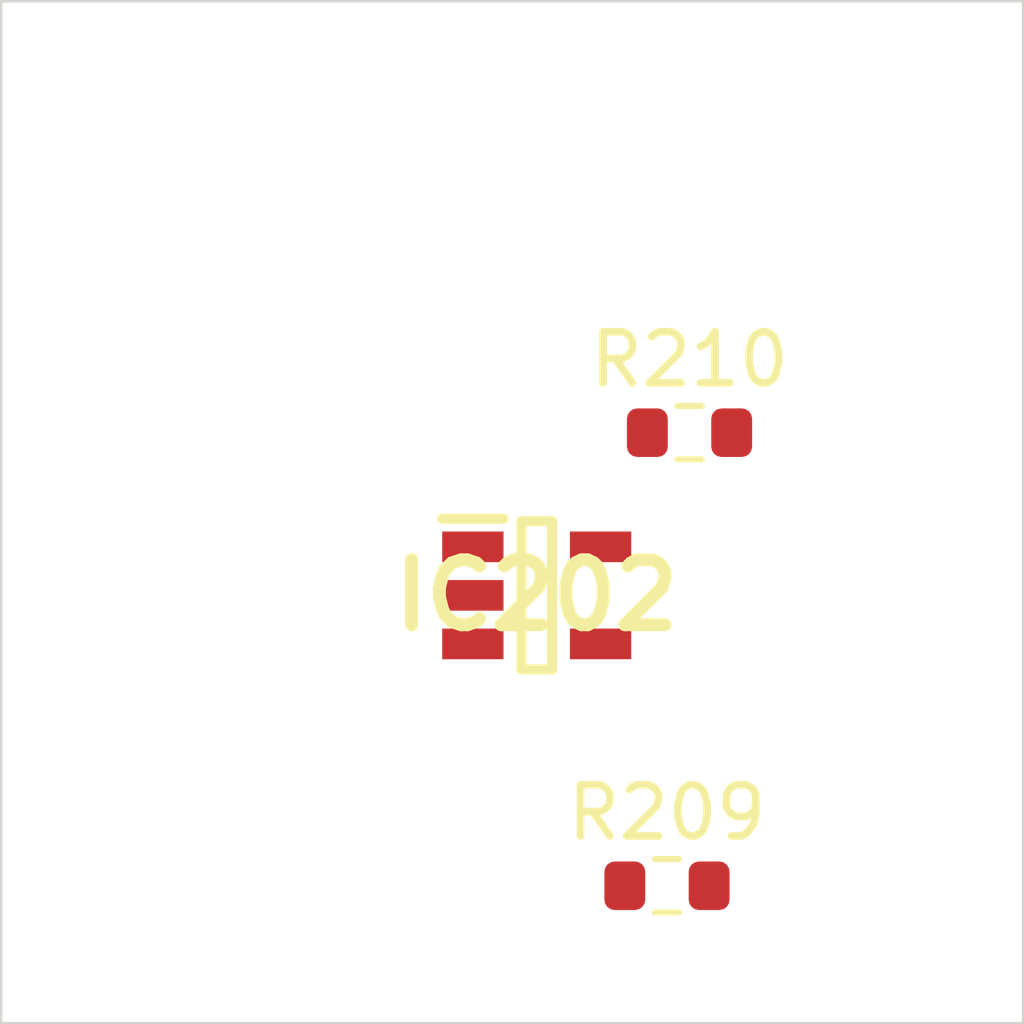
<source format=kicad_pcb>
 ( kicad_pcb  ( version 20171130 )
 ( host pcbnew 5.1.12-84ad8e8a86~92~ubuntu18.04.1 )
 ( general  ( thickness 1.6 )
 ( drawings 4 )
 ( tracks 0 )
 ( zones 0 )
 ( modules 3 )
 ( nets 5 )
)
 ( page A4 )
 ( layers  ( 0 F.Cu signal )
 ( 31 B.Cu signal )
 ( 32 B.Adhes user )
 ( 33 F.Adhes user )
 ( 34 B.Paste user )
 ( 35 F.Paste user )
 ( 36 B.SilkS user )
 ( 37 F.SilkS user )
 ( 38 B.Mask user )
 ( 39 F.Mask user )
 ( 40 Dwgs.User user )
 ( 41 Cmts.User user )
 ( 42 Eco1.User user )
 ( 43 Eco2.User user )
 ( 44 Edge.Cuts user )
 ( 45 Margin user )
 ( 46 B.CrtYd user )
 ( 47 F.CrtYd user )
 ( 48 B.Fab user )
 ( 49 F.Fab user )
)
 ( setup  ( last_trace_width 0.25 )
 ( trace_clearance 0.2 )
 ( zone_clearance 0.508 )
 ( zone_45_only no )
 ( trace_min 0.2 )
 ( via_size 0.8 )
 ( via_drill 0.4 )
 ( via_min_size 0.4 )
 ( via_min_drill 0.3 )
 ( uvia_size 0.3 )
 ( uvia_drill 0.1 )
 ( uvias_allowed no )
 ( uvia_min_size 0.2 )
 ( uvia_min_drill 0.1 )
 ( edge_width 0.05 )
 ( segment_width 0.2 )
 ( pcb_text_width 0.3 )
 ( pcb_text_size 1.5 1.5 )
 ( mod_edge_width 0.12 )
 ( mod_text_size 1 1 )
 ( mod_text_width 0.15 )
 ( pad_size 1.524 1.524 )
 ( pad_drill 0.762 )
 ( pad_to_mask_clearance 0 )
 ( aux_axis_origin 0 0 )
 ( visible_elements FFFFFF7F )
 ( pcbplotparams  ( layerselection 0x010fc_ffffffff )
 ( usegerberextensions false )
 ( usegerberattributes true )
 ( usegerberadvancedattributes true )
 ( creategerberjobfile true )
 ( excludeedgelayer true )
 ( linewidth 0.100000 )
 ( plotframeref false )
 ( viasonmask false )
 ( mode 1 )
 ( useauxorigin false )
 ( hpglpennumber 1 )
 ( hpglpenspeed 20 )
 ( hpglpendiameter 15.000000 )
 ( psnegative false )
 ( psa4output false )
 ( plotreference true )
 ( plotvalue true )
 ( plotinvisibletext false )
 ( padsonsilk false )
 ( subtractmaskfromsilk false )
 ( outputformat 1 )
 ( mirror false )
 ( drillshape 1 )
 ( scaleselection 1 )
 ( outputdirectory "" )
)
)
 ( net 0 "" )
 ( net 1 GND )
 ( net 2 VDDA )
 ( net 3 /Sheet6235D886/vp )
 ( net 4 "Net-(IC202-Pad3)" )
 ( net_class Default "This is the default net class."  ( clearance 0.2 )
 ( trace_width 0.25 )
 ( via_dia 0.8 )
 ( via_drill 0.4 )
 ( uvia_dia 0.3 )
 ( uvia_drill 0.1 )
 ( add_net /Sheet6235D886/vp )
 ( add_net GND )
 ( add_net "Net-(IC202-Pad3)" )
 ( add_net VDDA )
)
 ( module SOT95P280X145-5N locked  ( layer F.Cu )
 ( tedit 62336ED7 )
 ( tstamp 623423ED )
 ( at 90.479100 111.627000 )
 ( descr DBV0005A )
 ( tags "Integrated Circuit" )
 ( path /6235D887/6266C08E )
 ( attr smd )
 ( fp_text reference IC202  ( at 0 0 )
 ( layer F.SilkS )
 ( effects  ( font  ( size 1.27 1.27 )
 ( thickness 0.254 )
)
)
)
 ( fp_text value TL071HIDBVR  ( at 0 0 )
 ( layer F.SilkS )
hide  ( effects  ( font  ( size 1.27 1.27 )
 ( thickness 0.254 )
)
)
)
 ( fp_line  ( start -1.85 -1.5 )
 ( end -0.65 -1.5 )
 ( layer F.SilkS )
 ( width 0.2 )
)
 ( fp_line  ( start -0.3 1.45 )
 ( end -0.3 -1.45 )
 ( layer F.SilkS )
 ( width 0.2 )
)
 ( fp_line  ( start 0.3 1.45 )
 ( end -0.3 1.45 )
 ( layer F.SilkS )
 ( width 0.2 )
)
 ( fp_line  ( start 0.3 -1.45 )
 ( end 0.3 1.45 )
 ( layer F.SilkS )
 ( width 0.2 )
)
 ( fp_line  ( start -0.3 -1.45 )
 ( end 0.3 -1.45 )
 ( layer F.SilkS )
 ( width 0.2 )
)
 ( fp_line  ( start -0.8 -0.5 )
 ( end 0.15 -1.45 )
 ( layer Dwgs.User )
 ( width 0.1 )
)
 ( fp_line  ( start -0.8 1.45 )
 ( end -0.8 -1.45 )
 ( layer Dwgs.User )
 ( width 0.1 )
)
 ( fp_line  ( start 0.8 1.45 )
 ( end -0.8 1.45 )
 ( layer Dwgs.User )
 ( width 0.1 )
)
 ( fp_line  ( start 0.8 -1.45 )
 ( end 0.8 1.45 )
 ( layer Dwgs.User )
 ( width 0.1 )
)
 ( fp_line  ( start -0.8 -1.45 )
 ( end 0.8 -1.45 )
 ( layer Dwgs.User )
 ( width 0.1 )
)
 ( fp_line  ( start -2.1 1.775 )
 ( end -2.1 -1.775 )
 ( layer Dwgs.User )
 ( width 0.05 )
)
 ( fp_line  ( start 2.1 1.775 )
 ( end -2.1 1.775 )
 ( layer Dwgs.User )
 ( width 0.05 )
)
 ( fp_line  ( start 2.1 -1.775 )
 ( end 2.1 1.775 )
 ( layer Dwgs.User )
 ( width 0.05 )
)
 ( fp_line  ( start -2.1 -1.775 )
 ( end 2.1 -1.775 )
 ( layer Dwgs.User )
 ( width 0.05 )
)
 ( pad 1 smd rect  ( at -1.25 -0.95 90.000000 )
 ( size 0.6 1.2 )
 ( layers F.Cu F.Mask F.Paste )
 ( net 3 /Sheet6235D886/vp )
)
 ( pad 2 smd rect  ( at -1.25 0 90.000000 )
 ( size 0.6 1.2 )
 ( layers F.Cu F.Mask F.Paste )
 ( net 1 GND )
)
 ( pad 3 smd rect  ( at -1.25 0.95 90.000000 )
 ( size 0.6 1.2 )
 ( layers F.Cu F.Mask F.Paste )
 ( net 4 "Net-(IC202-Pad3)" )
)
 ( pad 4 smd rect  ( at 1.25 0.95 90.000000 )
 ( size 0.6 1.2 )
 ( layers F.Cu F.Mask F.Paste )
 ( net 3 /Sheet6235D886/vp )
)
 ( pad 5 smd rect  ( at 1.25 -0.95 90.000000 )
 ( size 0.6 1.2 )
 ( layers F.Cu F.Mask F.Paste )
 ( net 2 VDDA )
)
)
 ( module Resistor_SMD:R_0603_1608Metric  ( layer F.Cu )
 ( tedit 5F68FEEE )
 ( tstamp 62342595 )
 ( at 93.028300 117.310000 )
 ( descr "Resistor SMD 0603 (1608 Metric), square (rectangular) end terminal, IPC_7351 nominal, (Body size source: IPC-SM-782 page 72, https://www.pcb-3d.com/wordpress/wp-content/uploads/ipc-sm-782a_amendment_1_and_2.pdf), generated with kicad-footprint-generator" )
 ( tags resistor )
 ( path /6235D887/623CDBD9 )
 ( attr smd )
 ( fp_text reference R209  ( at 0 -1.43 )
 ( layer F.SilkS )
 ( effects  ( font  ( size 1 1 )
 ( thickness 0.15 )
)
)
)
 ( fp_text value 100k  ( at 0 1.43 )
 ( layer F.Fab )
 ( effects  ( font  ( size 1 1 )
 ( thickness 0.15 )
)
)
)
 ( fp_line  ( start -0.8 0.4125 )
 ( end -0.8 -0.4125 )
 ( layer F.Fab )
 ( width 0.1 )
)
 ( fp_line  ( start -0.8 -0.4125 )
 ( end 0.8 -0.4125 )
 ( layer F.Fab )
 ( width 0.1 )
)
 ( fp_line  ( start 0.8 -0.4125 )
 ( end 0.8 0.4125 )
 ( layer F.Fab )
 ( width 0.1 )
)
 ( fp_line  ( start 0.8 0.4125 )
 ( end -0.8 0.4125 )
 ( layer F.Fab )
 ( width 0.1 )
)
 ( fp_line  ( start -0.237258 -0.5225 )
 ( end 0.237258 -0.5225 )
 ( layer F.SilkS )
 ( width 0.12 )
)
 ( fp_line  ( start -0.237258 0.5225 )
 ( end 0.237258 0.5225 )
 ( layer F.SilkS )
 ( width 0.12 )
)
 ( fp_line  ( start -1.48 0.73 )
 ( end -1.48 -0.73 )
 ( layer F.CrtYd )
 ( width 0.05 )
)
 ( fp_line  ( start -1.48 -0.73 )
 ( end 1.48 -0.73 )
 ( layer F.CrtYd )
 ( width 0.05 )
)
 ( fp_line  ( start 1.48 -0.73 )
 ( end 1.48 0.73 )
 ( layer F.CrtYd )
 ( width 0.05 )
)
 ( fp_line  ( start 1.48 0.73 )
 ( end -1.48 0.73 )
 ( layer F.CrtYd )
 ( width 0.05 )
)
 ( fp_text user %R  ( at 0 0 )
 ( layer F.Fab )
 ( effects  ( font  ( size 0.4 0.4 )
 ( thickness 0.06 )
)
)
)
 ( pad 1 smd roundrect  ( at -0.825 0 )
 ( size 0.8 0.95 )
 ( layers F.Cu F.Mask F.Paste )
 ( roundrect_rratio 0.25 )
 ( net 2 VDDA )
)
 ( pad 2 smd roundrect  ( at 0.825 0 )
 ( size 0.8 0.95 )
 ( layers F.Cu F.Mask F.Paste )
 ( roundrect_rratio 0.25 )
 ( net 4 "Net-(IC202-Pad3)" )
)
 ( model ${KISYS3DMOD}/Resistor_SMD.3dshapes/R_0603_1608Metric.wrl  ( at  ( xyz 0 0 0 )
)
 ( scale  ( xyz 1 1 1 )
)
 ( rotate  ( xyz 0 0 0 )
)
)
)
 ( module Resistor_SMD:R_0603_1608Metric  ( layer F.Cu )
 ( tedit 5F68FEEE )
 ( tstamp 623425A6 )
 ( at 93.469700 108.443000 )
 ( descr "Resistor SMD 0603 (1608 Metric), square (rectangular) end terminal, IPC_7351 nominal, (Body size source: IPC-SM-782 page 72, https://www.pcb-3d.com/wordpress/wp-content/uploads/ipc-sm-782a_amendment_1_and_2.pdf), generated with kicad-footprint-generator" )
 ( tags resistor )
 ( path /6235D887/623CDBDF )
 ( attr smd )
 ( fp_text reference R210  ( at 0 -1.43 )
 ( layer F.SilkS )
 ( effects  ( font  ( size 1 1 )
 ( thickness 0.15 )
)
)
)
 ( fp_text value 100k  ( at 0 1.43 )
 ( layer F.Fab )
 ( effects  ( font  ( size 1 1 )
 ( thickness 0.15 )
)
)
)
 ( fp_line  ( start 1.48 0.73 )
 ( end -1.48 0.73 )
 ( layer F.CrtYd )
 ( width 0.05 )
)
 ( fp_line  ( start 1.48 -0.73 )
 ( end 1.48 0.73 )
 ( layer F.CrtYd )
 ( width 0.05 )
)
 ( fp_line  ( start -1.48 -0.73 )
 ( end 1.48 -0.73 )
 ( layer F.CrtYd )
 ( width 0.05 )
)
 ( fp_line  ( start -1.48 0.73 )
 ( end -1.48 -0.73 )
 ( layer F.CrtYd )
 ( width 0.05 )
)
 ( fp_line  ( start -0.237258 0.5225 )
 ( end 0.237258 0.5225 )
 ( layer F.SilkS )
 ( width 0.12 )
)
 ( fp_line  ( start -0.237258 -0.5225 )
 ( end 0.237258 -0.5225 )
 ( layer F.SilkS )
 ( width 0.12 )
)
 ( fp_line  ( start 0.8 0.4125 )
 ( end -0.8 0.4125 )
 ( layer F.Fab )
 ( width 0.1 )
)
 ( fp_line  ( start 0.8 -0.4125 )
 ( end 0.8 0.4125 )
 ( layer F.Fab )
 ( width 0.1 )
)
 ( fp_line  ( start -0.8 -0.4125 )
 ( end 0.8 -0.4125 )
 ( layer F.Fab )
 ( width 0.1 )
)
 ( fp_line  ( start -0.8 0.4125 )
 ( end -0.8 -0.4125 )
 ( layer F.Fab )
 ( width 0.1 )
)
 ( fp_text user %R  ( at 0 0 )
 ( layer F.Fab )
 ( effects  ( font  ( size 0.4 0.4 )
 ( thickness 0.06 )
)
)
)
 ( pad 2 smd roundrect  ( at 0.825 0 )
 ( size 0.8 0.95 )
 ( layers F.Cu F.Mask F.Paste )
 ( roundrect_rratio 0.25 )
 ( net 1 GND )
)
 ( pad 1 smd roundrect  ( at -0.825 0 )
 ( size 0.8 0.95 )
 ( layers F.Cu F.Mask F.Paste )
 ( roundrect_rratio 0.25 )
 ( net 4 "Net-(IC202-Pad3)" )
)
 ( model ${KISYS3DMOD}/Resistor_SMD.3dshapes/R_0603_1608Metric.wrl  ( at  ( xyz 0 0 0 )
)
 ( scale  ( xyz 1 1 1 )
)
 ( rotate  ( xyz 0 0 0 )
)
)
)
 ( gr_line  ( start 100 100 )
 ( end 100 120 )
 ( layer Edge.Cuts )
 ( width 0.05 )
 ( tstamp 62E770C4 )
)
 ( gr_line  ( start 80 120 )
 ( end 100 120 )
 ( layer Edge.Cuts )
 ( width 0.05 )
 ( tstamp 62E770C0 )
)
 ( gr_line  ( start 80 100 )
 ( end 100 100 )
 ( layer Edge.Cuts )
 ( width 0.05 )
 ( tstamp 6234110C )
)
 ( gr_line  ( start 80 100 )
 ( end 80 120 )
 ( layer Edge.Cuts )
 ( width 0.05 )
)
)

</source>
